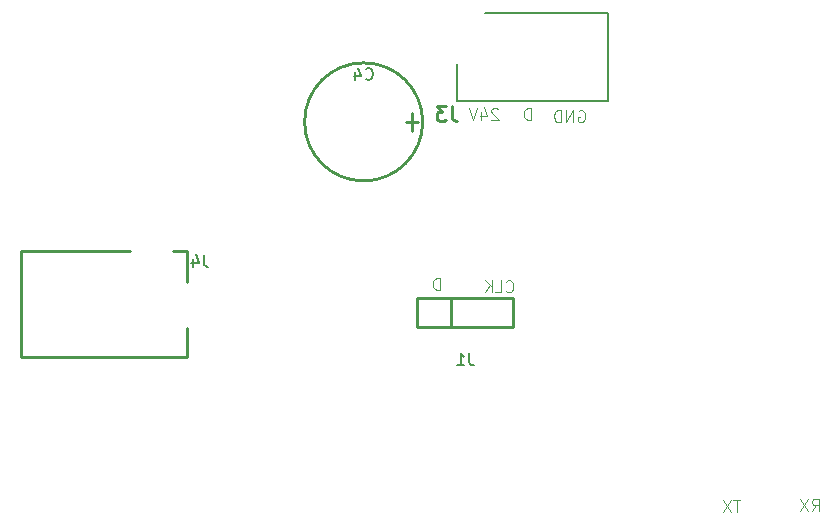
<source format=gbr>
%TF.GenerationSoftware,KiCad,Pcbnew,8.0.2*%
%TF.CreationDate,2024-12-13T17:38:30-06:00*%
%TF.ProjectId,LampBoardModule,4c616d70-426f-4617-9264-4d6f64756c65,rev?*%
%TF.SameCoordinates,Original*%
%TF.FileFunction,Legend,Bot*%
%TF.FilePolarity,Positive*%
%FSLAX46Y46*%
G04 Gerber Fmt 4.6, Leading zero omitted, Abs format (unit mm)*
G04 Created by KiCad (PCBNEW 8.0.2) date 2024-12-13 17:38:30*
%MOMM*%
%LPD*%
G01*
G04 APERTURE LIST*
%ADD10C,0.100000*%
%ADD11C,0.150000*%
%ADD12C,0.254000*%
%ADD13C,0.250000*%
%ADD14C,0.200000*%
G04 APERTURE END LIST*
D10*
X80024687Y-103577180D02*
X80072306Y-103624800D01*
X80072306Y-103624800D02*
X80215163Y-103672419D01*
X80215163Y-103672419D02*
X80310401Y-103672419D01*
X80310401Y-103672419D02*
X80453258Y-103624800D01*
X80453258Y-103624800D02*
X80548496Y-103529561D01*
X80548496Y-103529561D02*
X80596115Y-103434323D01*
X80596115Y-103434323D02*
X80643734Y-103243847D01*
X80643734Y-103243847D02*
X80643734Y-103100990D01*
X80643734Y-103100990D02*
X80596115Y-102910514D01*
X80596115Y-102910514D02*
X80548496Y-102815276D01*
X80548496Y-102815276D02*
X80453258Y-102720038D01*
X80453258Y-102720038D02*
X80310401Y-102672419D01*
X80310401Y-102672419D02*
X80215163Y-102672419D01*
X80215163Y-102672419D02*
X80072306Y-102720038D01*
X80072306Y-102720038D02*
X80024687Y-102767657D01*
X79119925Y-103672419D02*
X79596115Y-103672419D01*
X79596115Y-103672419D02*
X79596115Y-102672419D01*
X78786591Y-103672419D02*
X78786591Y-102672419D01*
X78215163Y-103672419D02*
X78643734Y-103100990D01*
X78215163Y-102672419D02*
X78786591Y-103243847D01*
X82096115Y-89072419D02*
X82096115Y-88072419D01*
X82096115Y-88072419D02*
X81858020Y-88072419D01*
X81858020Y-88072419D02*
X81715163Y-88120038D01*
X81715163Y-88120038D02*
X81619925Y-88215276D01*
X81619925Y-88215276D02*
X81572306Y-88310514D01*
X81572306Y-88310514D02*
X81524687Y-88500990D01*
X81524687Y-88500990D02*
X81524687Y-88643847D01*
X81524687Y-88643847D02*
X81572306Y-88834323D01*
X81572306Y-88834323D02*
X81619925Y-88929561D01*
X81619925Y-88929561D02*
X81715163Y-89024800D01*
X81715163Y-89024800D02*
X81858020Y-89072419D01*
X81858020Y-89072419D02*
X82096115Y-89072419D01*
X105924687Y-122172419D02*
X106258020Y-121696228D01*
X106496115Y-122172419D02*
X106496115Y-121172419D01*
X106496115Y-121172419D02*
X106115163Y-121172419D01*
X106115163Y-121172419D02*
X106019925Y-121220038D01*
X106019925Y-121220038D02*
X105972306Y-121267657D01*
X105972306Y-121267657D02*
X105924687Y-121362895D01*
X105924687Y-121362895D02*
X105924687Y-121505752D01*
X105924687Y-121505752D02*
X105972306Y-121600990D01*
X105972306Y-121600990D02*
X106019925Y-121648609D01*
X106019925Y-121648609D02*
X106115163Y-121696228D01*
X106115163Y-121696228D02*
X106496115Y-121696228D01*
X105591353Y-121172419D02*
X104924687Y-122172419D01*
X104924687Y-121172419D02*
X105591353Y-122172419D01*
X74396115Y-103472419D02*
X74396115Y-102472419D01*
X74396115Y-102472419D02*
X74158020Y-102472419D01*
X74158020Y-102472419D02*
X74015163Y-102520038D01*
X74015163Y-102520038D02*
X73919925Y-102615276D01*
X73919925Y-102615276D02*
X73872306Y-102710514D01*
X73872306Y-102710514D02*
X73824687Y-102900990D01*
X73824687Y-102900990D02*
X73824687Y-103043847D01*
X73824687Y-103043847D02*
X73872306Y-103234323D01*
X73872306Y-103234323D02*
X73919925Y-103329561D01*
X73919925Y-103329561D02*
X74015163Y-103424800D01*
X74015163Y-103424800D02*
X74158020Y-103472419D01*
X74158020Y-103472419D02*
X74396115Y-103472419D01*
X86172306Y-88320038D02*
X86267544Y-88272419D01*
X86267544Y-88272419D02*
X86410401Y-88272419D01*
X86410401Y-88272419D02*
X86553258Y-88320038D01*
X86553258Y-88320038D02*
X86648496Y-88415276D01*
X86648496Y-88415276D02*
X86696115Y-88510514D01*
X86696115Y-88510514D02*
X86743734Y-88700990D01*
X86743734Y-88700990D02*
X86743734Y-88843847D01*
X86743734Y-88843847D02*
X86696115Y-89034323D01*
X86696115Y-89034323D02*
X86648496Y-89129561D01*
X86648496Y-89129561D02*
X86553258Y-89224800D01*
X86553258Y-89224800D02*
X86410401Y-89272419D01*
X86410401Y-89272419D02*
X86315163Y-89272419D01*
X86315163Y-89272419D02*
X86172306Y-89224800D01*
X86172306Y-89224800D02*
X86124687Y-89177180D01*
X86124687Y-89177180D02*
X86124687Y-88843847D01*
X86124687Y-88843847D02*
X86315163Y-88843847D01*
X85696115Y-89272419D02*
X85696115Y-88272419D01*
X85696115Y-88272419D02*
X85124687Y-89272419D01*
X85124687Y-89272419D02*
X85124687Y-88272419D01*
X84648496Y-89272419D02*
X84648496Y-88272419D01*
X84648496Y-88272419D02*
X84410401Y-88272419D01*
X84410401Y-88272419D02*
X84267544Y-88320038D01*
X84267544Y-88320038D02*
X84172306Y-88415276D01*
X84172306Y-88415276D02*
X84124687Y-88510514D01*
X84124687Y-88510514D02*
X84077068Y-88700990D01*
X84077068Y-88700990D02*
X84077068Y-88843847D01*
X84077068Y-88843847D02*
X84124687Y-89034323D01*
X84124687Y-89034323D02*
X84172306Y-89129561D01*
X84172306Y-89129561D02*
X84267544Y-89224800D01*
X84267544Y-89224800D02*
X84410401Y-89272419D01*
X84410401Y-89272419D02*
X84648496Y-89272419D01*
X79343734Y-88167657D02*
X79296115Y-88120038D01*
X79296115Y-88120038D02*
X79200877Y-88072419D01*
X79200877Y-88072419D02*
X78962782Y-88072419D01*
X78962782Y-88072419D02*
X78867544Y-88120038D01*
X78867544Y-88120038D02*
X78819925Y-88167657D01*
X78819925Y-88167657D02*
X78772306Y-88262895D01*
X78772306Y-88262895D02*
X78772306Y-88358133D01*
X78772306Y-88358133D02*
X78819925Y-88500990D01*
X78819925Y-88500990D02*
X79391353Y-89072419D01*
X79391353Y-89072419D02*
X78772306Y-89072419D01*
X77915163Y-88405752D02*
X77915163Y-89072419D01*
X78153258Y-88024800D02*
X78391353Y-88739085D01*
X78391353Y-88739085D02*
X77772306Y-88739085D01*
X77534210Y-88072419D02*
X77200877Y-89072419D01*
X77200877Y-89072419D02*
X76867544Y-88072419D01*
X99838972Y-121272419D02*
X99267544Y-121272419D01*
X99553258Y-122272419D02*
X99553258Y-121272419D01*
X99029448Y-121272419D02*
X98362782Y-122272419D01*
X98362782Y-121272419D02*
X99029448Y-122272419D01*
D11*
X54433333Y-100504819D02*
X54433333Y-101219104D01*
X54433333Y-101219104D02*
X54480952Y-101361961D01*
X54480952Y-101361961D02*
X54576190Y-101457200D01*
X54576190Y-101457200D02*
X54719047Y-101504819D01*
X54719047Y-101504819D02*
X54814285Y-101504819D01*
X53528571Y-100838152D02*
X53528571Y-101504819D01*
X53766666Y-100457200D02*
X54004761Y-101171485D01*
X54004761Y-101171485D02*
X53385714Y-101171485D01*
X76893333Y-108854819D02*
X76893333Y-109569104D01*
X76893333Y-109569104D02*
X76940952Y-109711961D01*
X76940952Y-109711961D02*
X77036190Y-109807200D01*
X77036190Y-109807200D02*
X77179047Y-109854819D01*
X77179047Y-109854819D02*
X77274285Y-109854819D01*
X75893333Y-109854819D02*
X76464761Y-109854819D01*
X76179047Y-109854819D02*
X76179047Y-108854819D01*
X76179047Y-108854819D02*
X76274285Y-108997676D01*
X76274285Y-108997676D02*
X76369523Y-109092914D01*
X76369523Y-109092914D02*
X76464761Y-109140533D01*
D12*
X75423332Y-87904318D02*
X75423332Y-88811461D01*
X75423332Y-88811461D02*
X75483809Y-88992889D01*
X75483809Y-88992889D02*
X75604761Y-89113842D01*
X75604761Y-89113842D02*
X75786190Y-89174318D01*
X75786190Y-89174318D02*
X75907142Y-89174318D01*
X74939523Y-87904318D02*
X74153332Y-87904318D01*
X74153332Y-87904318D02*
X74576666Y-88388127D01*
X74576666Y-88388127D02*
X74395237Y-88388127D01*
X74395237Y-88388127D02*
X74274285Y-88448603D01*
X74274285Y-88448603D02*
X74213809Y-88509080D01*
X74213809Y-88509080D02*
X74153332Y-88630032D01*
X74153332Y-88630032D02*
X74153332Y-88932413D01*
X74153332Y-88932413D02*
X74213809Y-89053365D01*
X74213809Y-89053365D02*
X74274285Y-89113842D01*
X74274285Y-89113842D02*
X74395237Y-89174318D01*
X74395237Y-89174318D02*
X74758094Y-89174318D01*
X74758094Y-89174318D02*
X74879047Y-89113842D01*
X74879047Y-89113842D02*
X74939523Y-89053365D01*
D11*
X68126666Y-85609580D02*
X68174285Y-85657200D01*
X68174285Y-85657200D02*
X68317142Y-85704819D01*
X68317142Y-85704819D02*
X68412380Y-85704819D01*
X68412380Y-85704819D02*
X68555237Y-85657200D01*
X68555237Y-85657200D02*
X68650475Y-85561961D01*
X68650475Y-85561961D02*
X68698094Y-85466723D01*
X68698094Y-85466723D02*
X68745713Y-85276247D01*
X68745713Y-85276247D02*
X68745713Y-85133390D01*
X68745713Y-85133390D02*
X68698094Y-84942914D01*
X68698094Y-84942914D02*
X68650475Y-84847676D01*
X68650475Y-84847676D02*
X68555237Y-84752438D01*
X68555237Y-84752438D02*
X68412380Y-84704819D01*
X68412380Y-84704819D02*
X68317142Y-84704819D01*
X68317142Y-84704819D02*
X68174285Y-84752438D01*
X68174285Y-84752438D02*
X68126666Y-84800057D01*
X67269523Y-85038152D02*
X67269523Y-85704819D01*
X67507618Y-84657200D02*
X67745713Y-85371485D01*
X67745713Y-85371485D02*
X67126666Y-85371485D01*
D13*
%TO.C,J4*%
X38990000Y-100180000D02*
X38990000Y-109200000D01*
X38990000Y-109200000D02*
X52970000Y-109200000D01*
X48170000Y-100180000D02*
X38990000Y-100180000D01*
X52970000Y-100180000D02*
X51820000Y-100180000D01*
X52970000Y-102790000D02*
X52970000Y-100180000D01*
X52970000Y-109200000D02*
X52970000Y-106710000D01*
%TO.C,J1*%
X72500000Y-104180000D02*
X80620000Y-104180000D01*
X72500000Y-106620000D02*
X72500000Y-104180000D01*
X75320000Y-104180000D02*
X75320000Y-106620000D01*
X80620000Y-104180000D02*
X80620000Y-106620000D01*
X80620000Y-106620000D02*
X72500000Y-106620000D01*
D14*
%TO.C,J3*%
X75850000Y-84375000D02*
X75850000Y-87450000D01*
X75850000Y-87450000D02*
X88650000Y-87450000D01*
X88650000Y-80050000D02*
X78250000Y-80050000D01*
X88650000Y-87450000D02*
X88650000Y-80050000D01*
D13*
%TO.C,C4*%
X71520000Y-89250000D02*
X72530000Y-89250000D01*
X72020000Y-90010000D02*
X72020000Y-88490000D01*
X72960000Y-89250000D02*
G75*
G02*
X62960000Y-89250000I-5000000J0D01*
G01*
X62960000Y-89250000D02*
G75*
G02*
X72960000Y-89250000I5000000J0D01*
G01*
%TD*%
M02*

</source>
